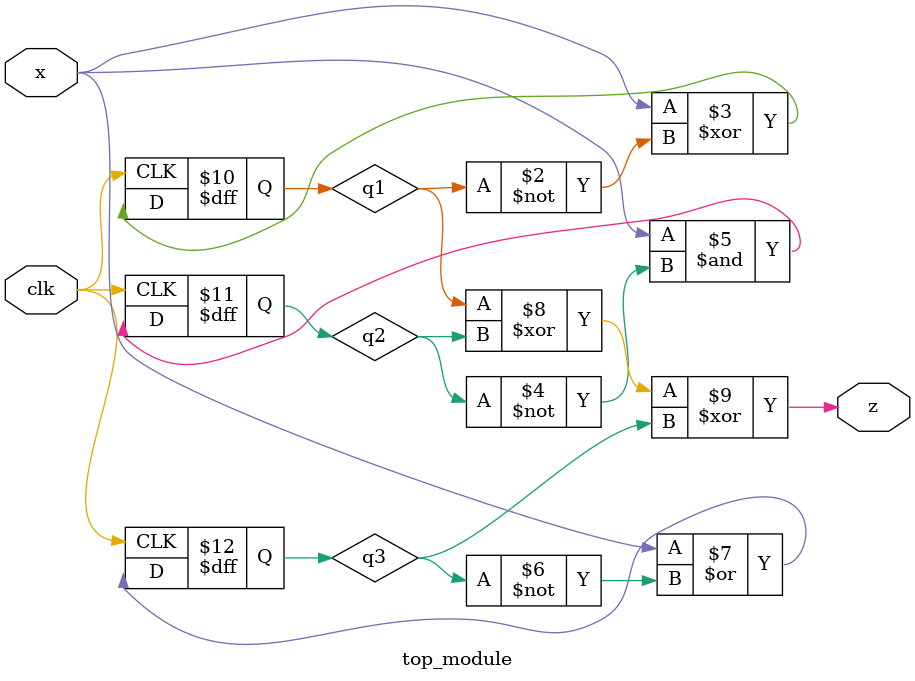
<source format=sv>
module top_module (
    input clk,
    input x,
    output z
);

reg q1, q2, q3;

always @(posedge clk) begin
    q1 <= x ^ ~q1;
    q2 <= x & ~q2;
    q3 <= x | ~q3;
end

assign z = (q1 ^ q2 ^ q3);

endmodule

</source>
